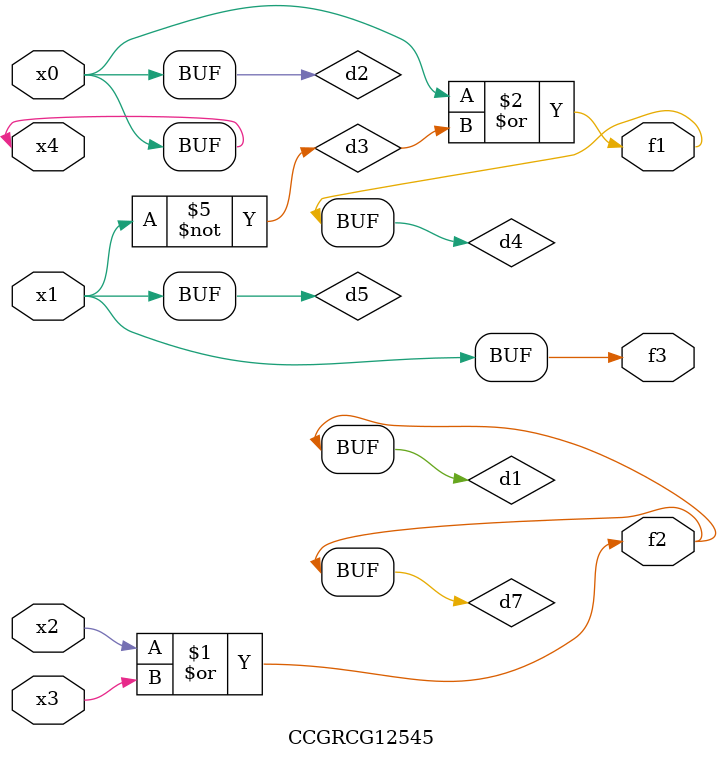
<source format=v>
module CCGRCG12545(
	input x0, x1, x2, x3, x4,
	output f1, f2, f3
);

	wire d1, d2, d3, d4, d5, d6, d7;

	or (d1, x2, x3);
	buf (d2, x0, x4);
	not (d3, x1);
	or (d4, d2, d3);
	not (d5, d3);
	nand (d6, d1, d3);
	or (d7, d1);
	assign f1 = d4;
	assign f2 = d7;
	assign f3 = d5;
endmodule

</source>
